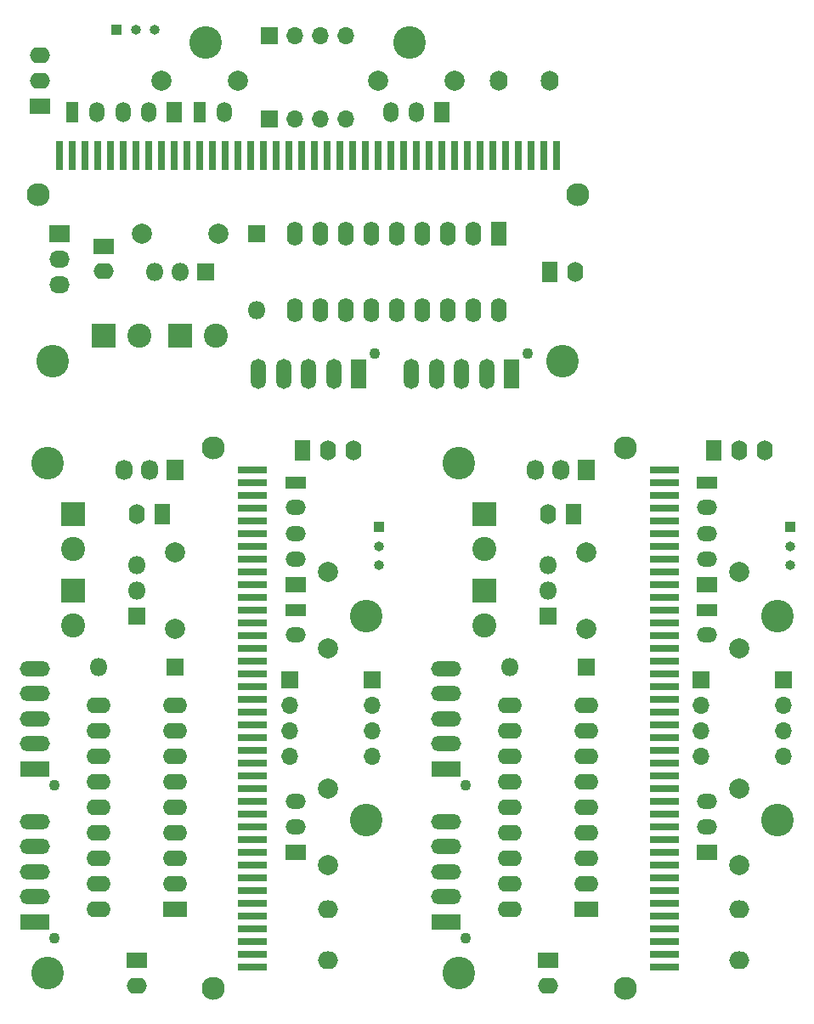
<source format=gts>
%MOIN*%
%OFA0B0*%
%FSLAX46Y46*%
%IPPOS*%
%LPD*%
%ADD10C,0.0039370078740157488*%
%ADD11R,0.070866141732283464X0.070866141732283464*%
%ADD12O,0.070866141732283464X0.070866141732283464*%
%ADD13R,0.03937007874015748X0.03937007874015748*%
%ADD14O,0.03937007874015748X0.03937007874015748*%
%ADD15R,0.066929133858267723X0.066929133858267723*%
%ADD16O,0.066929133858267723X0.066929133858267723*%
%ADD17O,0.07874015748031496X0.07*%
%ADD18R,0.059055118110236227X0.07874015748031496*%
%ADD19O,0.062992125984251982X0.07874015748031496*%
%ADD20R,0.07874015748031496X0.051181102362204731*%
%ADD21O,0.07874015748031496X0.059055118110236227*%
%ADD22R,0.062992125984251982X0.07874015748031496*%
%ADD23O,0.07874015748031496X0.062992125984251982*%
%ADD24R,0.07874015748031496X0.062992125984251982*%
%ADD25O,0.07874015748031496X0.059842519685039376*%
%ADD26R,0.07874015748031496X0.059842519685039376*%
%ADD27R,0.11811023622047245X0.059055118110236227*%
%ADD28O,0.11811023622047245X0.059055118110236227*%
%ADD29C,0.043307086614173235*%
%ADD30C,0.12795275590551181*%
%ADD31R,0.068X0.08*%
%ADD32O,0.068X0.08*%
%ADD33C,0.094488188976377951*%
%ADD34R,0.094488188976377951X0.094488188976377951*%
%ADD35C,0.0905511811023622*%
%ADD36R,0.1141732283464567X0.031496062992125991*%
%ADD37R,0.094488188976377951X0.062992125984251982*%
%ADD38O,0.094488188976377951X0.062992125984251982*%
%ADD39C,0.07874015748031496*%
%ADD50C,0.0039370078740157488*%
%ADD51R,0.070866141732283464X0.070866141732283464*%
%ADD52O,0.070866141732283464X0.070866141732283464*%
%ADD53R,0.03937007874015748X0.03937007874015748*%
%ADD54O,0.03937007874015748X0.03937007874015748*%
%ADD55R,0.066929133858267723X0.066929133858267723*%
%ADD56O,0.066929133858267723X0.066929133858267723*%
%ADD57O,0.07X0.07874015748031496*%
%ADD58R,0.07874015748031496X0.059055118110236227*%
%ADD59O,0.07874015748031496X0.062992125984251982*%
%ADD60R,0.051181102362204731X0.07874015748031496*%
%ADD61O,0.059055118110236227X0.07874015748031496*%
%ADD62R,0.07874015748031496X0.062992125984251982*%
%ADD63O,0.062992125984251982X0.07874015748031496*%
%ADD64R,0.062992125984251982X0.07874015748031496*%
%ADD65O,0.059842519685039376X0.07874015748031496*%
%ADD66R,0.059842519685039376X0.07874015748031496*%
%ADD67R,0.059055118110236227X0.11811023622047245*%
%ADD68O,0.059055118110236227X0.11811023622047245*%
%ADD69C,0.043307086614173235*%
%ADD70C,0.12795275590551181*%
%ADD71R,0.08X0.068*%
%ADD72O,0.08X0.068*%
%ADD73C,0.094488188976377951*%
%ADD74R,0.094488188976377951X0.094488188976377951*%
%ADD75C,0.0905511811023622*%
%ADD76R,0.031496062992125991X0.1141732283464567*%
%ADD77R,0.062992125984251982X0.094488188976377951*%
%ADD78O,0.062992125984251982X0.094488188976377951*%
%ADD79C,0.07874015748031496*%
%ADD80C,0.0039370078740157488*%
%ADD81R,0.070866141732283464X0.070866141732283464*%
%ADD82O,0.070866141732283464X0.070866141732283464*%
%ADD83R,0.03937007874015748X0.03937007874015748*%
%ADD84O,0.03937007874015748X0.03937007874015748*%
%ADD85R,0.066929133858267723X0.066929133858267723*%
%ADD86O,0.066929133858267723X0.066929133858267723*%
%ADD87O,0.07874015748031496X0.07*%
%ADD88R,0.059055118110236227X0.07874015748031496*%
%ADD89O,0.062992125984251982X0.07874015748031496*%
%ADD90R,0.07874015748031496X0.051181102362204731*%
%ADD91O,0.07874015748031496X0.059055118110236227*%
%ADD92R,0.062992125984251982X0.07874015748031496*%
%ADD93O,0.07874015748031496X0.062992125984251982*%
%ADD94R,0.07874015748031496X0.062992125984251982*%
%ADD95O,0.07874015748031496X0.059842519685039376*%
%ADD96R,0.07874015748031496X0.059842519685039376*%
%ADD97R,0.11811023622047245X0.059055118110236227*%
%ADD98O,0.11811023622047245X0.059055118110236227*%
%ADD99C,0.043307086614173235*%
%ADD100C,0.12795275590551181*%
%ADD101R,0.068X0.08*%
%ADD102O,0.068X0.08*%
%ADD103C,0.094488188976377951*%
%ADD104R,0.094488188976377951X0.094488188976377951*%
%ADD105C,0.0905511811023622*%
%ADD106R,0.1141732283464567X0.031496062992125991*%
%ADD107R,0.094488188976377951X0.062992125984251982*%
%ADD108O,0.094488188976377951X0.062992125984251982*%
%ADD109C,0.07874015748031496*%
G01*
D10*
D11*
X-0004799999Y0004650000D02*
X0000650000Y0001350000D03*
D12*
X0000350000Y0001350000D03*
D13*
X0001450000Y0001900000D03*
D14*
X0001450000Y0001825000D03*
X0001450000Y0001750000D03*
D15*
X0001100000Y0001300000D03*
D16*
X0001100000Y0001200000D03*
X0001100000Y0001100000D03*
X0001100000Y0001000000D03*
D15*
X0001425000Y0001300000D03*
D16*
X0001425000Y0001200000D03*
X0001425000Y0001100000D03*
X0001425000Y0001000000D03*
D17*
X0001250000Y0000200000D03*
X0001250000Y0000400000D03*
D18*
X0001150000Y0002200000D03*
D19*
X0001250000Y0002200000D03*
X0001350000Y0002200000D03*
D20*
X0001125000Y0001575000D03*
D21*
X0001125000Y0001476574D03*
D20*
X0001125000Y0002075000D03*
D21*
X0001125000Y0001976574D03*
D22*
X0000600000Y0001950000D03*
D19*
X0000501574Y0001950000D03*
D23*
X0000500000Y0000101574D03*
D24*
X0000500000Y0000200000D03*
D25*
X0001125000Y0001775000D03*
X0001125000Y0001875000D03*
D26*
X0001125000Y0001675000D03*
D25*
X0001125000Y0000725000D03*
X0001125000Y0000825000D03*
D26*
X0001125000Y0000625000D03*
D27*
X0000100000Y0000950000D03*
D28*
X0000100000Y0001048425D03*
X0000100000Y0001146850D03*
X0000100000Y0001245275D03*
X0000100000Y0001343700D03*
D29*
X0000178740Y0000887007D03*
D30*
X0001400000Y0000750000D03*
X0000150000Y0000150000D03*
X0001400000Y0001550000D03*
X0000150000Y0002150000D03*
D31*
X0000650000Y0002125000D03*
D32*
X0000550000Y0002125000D03*
X0000450000Y0002125000D03*
D33*
X0000250000Y0001812204D03*
D34*
X0000250000Y0001950000D03*
D33*
X0000250000Y0001512204D03*
D34*
X0000250000Y0001650000D03*
D35*
X0000802755Y0002209055D03*
D36*
X0000956299Y0000175000D03*
X0000956299Y0000275000D03*
X0000956299Y0000375000D03*
X0000956299Y0000475000D03*
X0000956299Y0000575000D03*
X0000956299Y0000675000D03*
X0000956299Y0000775000D03*
X0000956299Y0000875000D03*
X0000956299Y0000975000D03*
X0000956299Y0001075000D03*
X0000956299Y0001175000D03*
X0000956299Y0001275000D03*
X0000956299Y0001375000D03*
X0000956299Y0001475000D03*
X0000956299Y0001575000D03*
X0000956299Y0001675000D03*
X0000956299Y0001775000D03*
X0000956299Y0001875000D03*
X0000956299Y0001975000D03*
X0000956299Y0002075000D03*
X0000956299Y0000225000D03*
X0000956299Y0000325000D03*
X0000956299Y0000425000D03*
X0000956299Y0000525000D03*
X0000956299Y0000625000D03*
X0000956299Y0000725000D03*
X0000956299Y0000825000D03*
X0000956299Y0000925000D03*
X0000956299Y0001025000D03*
X0000956299Y0001125000D03*
X0000956299Y0001225000D03*
X0000956299Y0001325000D03*
X0000956299Y0001425000D03*
X0000956299Y0001525000D03*
X0000956299Y0001625000D03*
X0000956299Y0001725000D03*
X0000956299Y0001825000D03*
X0000956299Y0001925000D03*
X0000956299Y0002025000D03*
X0000956299Y0002125000D03*
D35*
X0000802755Y0000090944D03*
D37*
X0000650000Y0000400000D03*
D38*
X0000350000Y0001200000D03*
X0000650000Y0000500000D03*
X0000350000Y0001100000D03*
X0000650000Y0000600000D03*
X0000350000Y0001000000D03*
X0000650000Y0000700000D03*
X0000350000Y0000900000D03*
X0000650000Y0000800000D03*
X0000350000Y0000800000D03*
X0000650000Y0000900000D03*
X0000350000Y0000700000D03*
X0000650000Y0001000000D03*
X0000350000Y0000600000D03*
X0000650000Y0001100000D03*
X0000350000Y0000500000D03*
X0000650000Y0001200000D03*
X0000350000Y0000400000D03*
D27*
X0000100000Y0000350000D03*
D28*
X0000100000Y0000448425D03*
X0000100000Y0000546850D03*
X0000100000Y0000645275D03*
X0000100000Y0000743700D03*
D29*
X0000178740Y0000287007D03*
D11*
X0000500000Y0001550000D03*
D12*
X0000500000Y0001650000D03*
X0000500000Y0001750000D03*
D39*
X0000650000Y0001800000D03*
X0000650000Y0001500000D03*
X0001250000Y0000575000D03*
X0001250000Y0000875000D03*
X0001250000Y0001725000D03*
X0001250000Y0001425000D03*
G04 next file*
G04 #@! TF.FileFunction,Soldermask,Top*
G04 Gerber Fmt 4.6, Leading zero omitted, Abs format (unit mm)*
G04 Created by KiCad (PCBNEW 4.0.6) date 09/25/19 08:33:56*
G01*
G04 APERTURE LIST*
G04 APERTURE END LIST*
D50*
D51*
X-0002327165Y-0002398425D02*
X0000972834Y0003051574D03*
D52*
X0000972834Y0002751574D03*
D53*
X0000422834Y0003851574D03*
D54*
X0000497834Y0003851574D03*
X0000572834Y0003851574D03*
D55*
X0001022834Y0003501574D03*
D56*
X0001122834Y0003501574D03*
X0001222834Y0003501574D03*
X0001322834Y0003501574D03*
D55*
X0001022834Y0003826574D03*
D56*
X0001122834Y0003826574D03*
X0001222834Y0003826574D03*
X0001322834Y0003826574D03*
D57*
X0002122834Y0003651574D03*
X0001922834Y0003651574D03*
D58*
X0000122834Y0003551574D03*
D59*
X0000122834Y0003651574D03*
X0000122834Y0003751574D03*
D60*
X0000747834Y0003526574D03*
D61*
X0000846259Y0003526574D03*
D60*
X0000247834Y0003526574D03*
D61*
X0000346259Y0003526574D03*
D62*
X0000372834Y0003001574D03*
D59*
X0000372834Y0002903149D03*
D63*
X0002221259Y0002901574D03*
D64*
X0002122834Y0002901574D03*
D65*
X0000547834Y0003526574D03*
X0000447834Y0003526574D03*
D66*
X0000647834Y0003526574D03*
D65*
X0001597834Y0003526574D03*
X0001497834Y0003526574D03*
D66*
X0001697834Y0003526574D03*
D67*
X0001372834Y0002501574D03*
D68*
X0001274409Y0002501574D03*
X0001175984Y0002501574D03*
X0001077559Y0002501574D03*
X0000979133Y0002501574D03*
D69*
X0001435826Y0002580315D03*
D70*
X0001572834Y0003801574D03*
X0002172834Y0002551574D03*
X0000772834Y0003801574D03*
X0000172834Y0002551574D03*
D71*
X0000197834Y0003051574D03*
D72*
X0000197834Y0002951574D03*
X0000197834Y0002851574D03*
D73*
X0000510629Y0002651574D03*
D74*
X0000372834Y0002651574D03*
D73*
X0000810629Y0002651574D03*
D74*
X0000672834Y0002651574D03*
D75*
X0000113779Y0003204330D03*
D76*
X0002147834Y0003357874D03*
X0002047834Y0003357874D03*
X0001947834Y0003357874D03*
X0001847834Y0003357874D03*
X0001747834Y0003357874D03*
X0001647834Y0003357874D03*
X0001547834Y0003357874D03*
X0001447834Y0003357874D03*
X0001347834Y0003357874D03*
X0001247834Y0003357874D03*
X0001147834Y0003357874D03*
X0001047834Y0003357874D03*
X0000947834Y0003357874D03*
X0000847834Y0003357874D03*
X0000747834Y0003357874D03*
X0000647834Y0003357874D03*
X0000547834Y0003357874D03*
X0000447834Y0003357874D03*
X0000347834Y0003357874D03*
X0000247834Y0003357874D03*
X0002097834Y0003357874D03*
X0001997834Y0003357874D03*
X0001897834Y0003357874D03*
X0001797834Y0003357874D03*
X0001697834Y0003357874D03*
X0001597834Y0003357874D03*
X0001497834Y0003357874D03*
X0001397834Y0003357874D03*
X0001297834Y0003357874D03*
X0001197834Y0003357874D03*
X0001097834Y0003357874D03*
X0000997834Y0003357874D03*
X0000897834Y0003357874D03*
X0000797834Y0003357874D03*
X0000697834Y0003357874D03*
X0000597834Y0003357874D03*
X0000497834Y0003357874D03*
X0000397834Y0003357874D03*
X0000297834Y0003357874D03*
X0000197834Y0003357874D03*
D75*
X0002231889Y0003204330D03*
D77*
X0001922834Y0003051574D03*
D78*
X0001122834Y0002751574D03*
X0001822834Y0003051574D03*
X0001222834Y0002751574D03*
X0001722834Y0003051574D03*
X0001322834Y0002751574D03*
X0001622834Y0003051574D03*
X0001422834Y0002751574D03*
X0001522834Y0003051574D03*
X0001522834Y0002751574D03*
X0001422834Y0003051574D03*
X0001622834Y0002751574D03*
X0001322834Y0003051574D03*
X0001722834Y0002751574D03*
X0001222834Y0003051574D03*
X0001822834Y0002751574D03*
X0001122834Y0003051574D03*
X0001922834Y0002751574D03*
D67*
X0001972834Y0002501574D03*
D68*
X0001874409Y0002501574D03*
X0001775984Y0002501574D03*
X0001677559Y0002501574D03*
X0001579133Y0002501574D03*
D69*
X0002035826Y0002580315D03*
D51*
X0000772834Y0002901574D03*
D52*
X0000672834Y0002901574D03*
X0000572834Y0002901574D03*
D79*
X0000522834Y0003051574D03*
X0000822834Y0003051574D03*
X0001747834Y0003651574D03*
X0001447834Y0003651574D03*
X0000597834Y0003651574D03*
X0000897834Y0003651574D03*
G04 next file*
G04 #@! TF.FileFunction,Soldermask,Top*
G04 Gerber Fmt 4.6, Leading zero omitted, Abs format (unit mm)*
G04 Created by KiCad (PCBNEW 4.0.6) date 09/25/19 08:33:56*
G01*
G04 APERTURE LIST*
G04 APERTURE END LIST*
D80*
D81*
X-0003185826Y0004650000D02*
X0002264173Y0001350000D03*
D82*
X0001964173Y0001350000D03*
D83*
X0003064173Y0001900000D03*
D84*
X0003064173Y0001825000D03*
X0003064173Y0001750000D03*
D85*
X0002714173Y0001300000D03*
D86*
X0002714173Y0001200000D03*
X0002714173Y0001100000D03*
X0002714173Y0001000000D03*
D85*
X0003039173Y0001300000D03*
D86*
X0003039173Y0001200000D03*
X0003039173Y0001100000D03*
X0003039173Y0001000000D03*
D87*
X0002864173Y0000200000D03*
X0002864173Y0000400000D03*
D88*
X0002764173Y0002200000D03*
D89*
X0002864173Y0002200000D03*
X0002964173Y0002200000D03*
D90*
X0002739173Y0001575000D03*
D91*
X0002739173Y0001476574D03*
D90*
X0002739173Y0002075000D03*
D91*
X0002739173Y0001976574D03*
D92*
X0002214173Y0001950000D03*
D89*
X0002115748Y0001950000D03*
D93*
X0002114173Y0000101574D03*
D94*
X0002114173Y0000200000D03*
D95*
X0002739173Y0001775000D03*
X0002739173Y0001875000D03*
D96*
X0002739173Y0001675000D03*
D95*
X0002739173Y0000725000D03*
X0002739173Y0000825000D03*
D96*
X0002739173Y0000625000D03*
D97*
X0001714173Y0000950000D03*
D98*
X0001714173Y0001048425D03*
X0001714173Y0001146850D03*
X0001714173Y0001245275D03*
X0001714173Y0001343700D03*
D99*
X0001792913Y0000887007D03*
D100*
X0003014173Y0000750000D03*
X0001764173Y0000150000D03*
X0003014173Y0001550000D03*
X0001764173Y0002150000D03*
D101*
X0002264173Y0002125000D03*
D102*
X0002164173Y0002125000D03*
X0002064173Y0002125000D03*
D103*
X0001864173Y0001812204D03*
D104*
X0001864173Y0001950000D03*
D103*
X0001864173Y0001512204D03*
D104*
X0001864173Y0001650000D03*
D105*
X0002416929Y0002209055D03*
D106*
X0002570472Y0000175000D03*
X0002570472Y0000275000D03*
X0002570472Y0000375000D03*
X0002570472Y0000475000D03*
X0002570472Y0000575000D03*
X0002570472Y0000675000D03*
X0002570472Y0000775000D03*
X0002570472Y0000875000D03*
X0002570472Y0000975000D03*
X0002570472Y0001075000D03*
X0002570472Y0001175000D03*
X0002570472Y0001275000D03*
X0002570472Y0001375000D03*
X0002570472Y0001475000D03*
X0002570472Y0001575000D03*
X0002570472Y0001675000D03*
X0002570472Y0001775000D03*
X0002570472Y0001875000D03*
X0002570472Y0001975000D03*
X0002570472Y0002075000D03*
X0002570472Y0000225000D03*
X0002570472Y0000325000D03*
X0002570472Y0000425000D03*
X0002570472Y0000525000D03*
X0002570472Y0000625000D03*
X0002570472Y0000725000D03*
X0002570472Y0000825000D03*
X0002570472Y0000925000D03*
X0002570472Y0001025000D03*
X0002570472Y0001125000D03*
X0002570472Y0001225000D03*
X0002570472Y0001325000D03*
X0002570472Y0001425000D03*
X0002570472Y0001525000D03*
X0002570472Y0001625000D03*
X0002570472Y0001725000D03*
X0002570472Y0001825000D03*
X0002570472Y0001925000D03*
X0002570472Y0002025000D03*
X0002570472Y0002125000D03*
D105*
X0002416929Y0000090944D03*
D107*
X0002264173Y0000400000D03*
D108*
X0001964173Y0001200000D03*
X0002264173Y0000500000D03*
X0001964173Y0001100000D03*
X0002264173Y0000600000D03*
X0001964173Y0001000000D03*
X0002264173Y0000700000D03*
X0001964173Y0000900000D03*
X0002264173Y0000800000D03*
X0001964173Y0000800000D03*
X0002264173Y0000900000D03*
X0001964173Y0000700000D03*
X0002264173Y0001000000D03*
X0001964173Y0000600000D03*
X0002264173Y0001100000D03*
X0001964173Y0000500000D03*
X0002264173Y0001200000D03*
X0001964173Y0000400000D03*
D97*
X0001714173Y0000350000D03*
D98*
X0001714173Y0000448425D03*
X0001714173Y0000546850D03*
X0001714173Y0000645275D03*
X0001714173Y0000743700D03*
D99*
X0001792913Y0000287007D03*
D81*
X0002114173Y0001550000D03*
D82*
X0002114173Y0001650000D03*
X0002114173Y0001750000D03*
D109*
X0002264173Y0001800000D03*
X0002264173Y0001500000D03*
X0002864173Y0000575000D03*
X0002864173Y0000875000D03*
X0002864173Y0001725000D03*
X0002864173Y0001425000D03*
M02*
</source>
